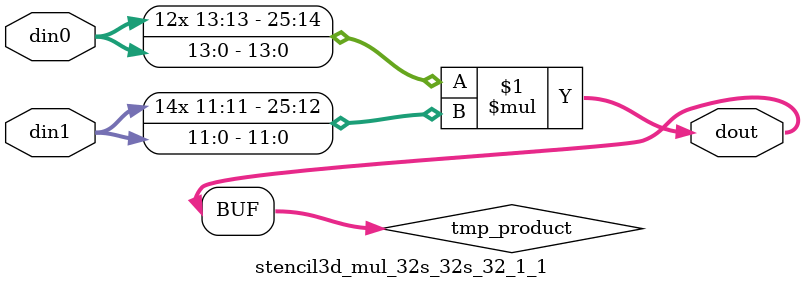
<source format=v>

`timescale 1 ns / 1 ps

  module stencil3d_mul_32s_32s_32_1_1(din0, din1, dout);
parameter ID = 1;
parameter NUM_STAGE = 0;
parameter din0_WIDTH = 14;
parameter din1_WIDTH = 12;
parameter dout_WIDTH = 26;

input [din0_WIDTH - 1 : 0] din0; 
input [din1_WIDTH - 1 : 0] din1; 
output [dout_WIDTH - 1 : 0] dout;

wire signed [dout_WIDTH - 1 : 0] tmp_product;













assign tmp_product = $signed(din0) * $signed(din1);








assign dout = tmp_product;







endmodule

</source>
